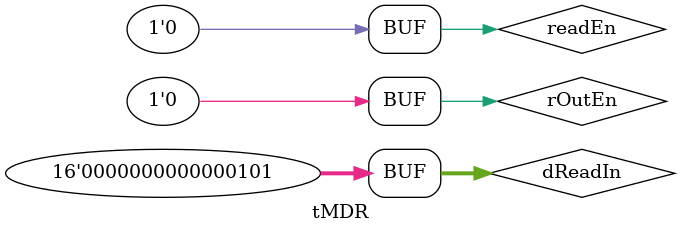
<source format=v>

module tMDR;
	
	wire [15:0] bus;
	reg rOutEn, readEn, writeEn, reset;
	
	wire[15:0] dToWriteOut;
	reg[15:0] dReadIn;
	MDR mdr(bus, dReadIn, dToWriteOut, readEn, writeEn, rOutEn, reset);

	initial
	begin
		rOutEn = 0;
		#5
		dReadIn = 16'd5;
		readEn = 1;
		#5
		readEn = 0;
		rOutEn = 1;
		#5
		rOutEn = 0;
	end
endmodule
</source>
